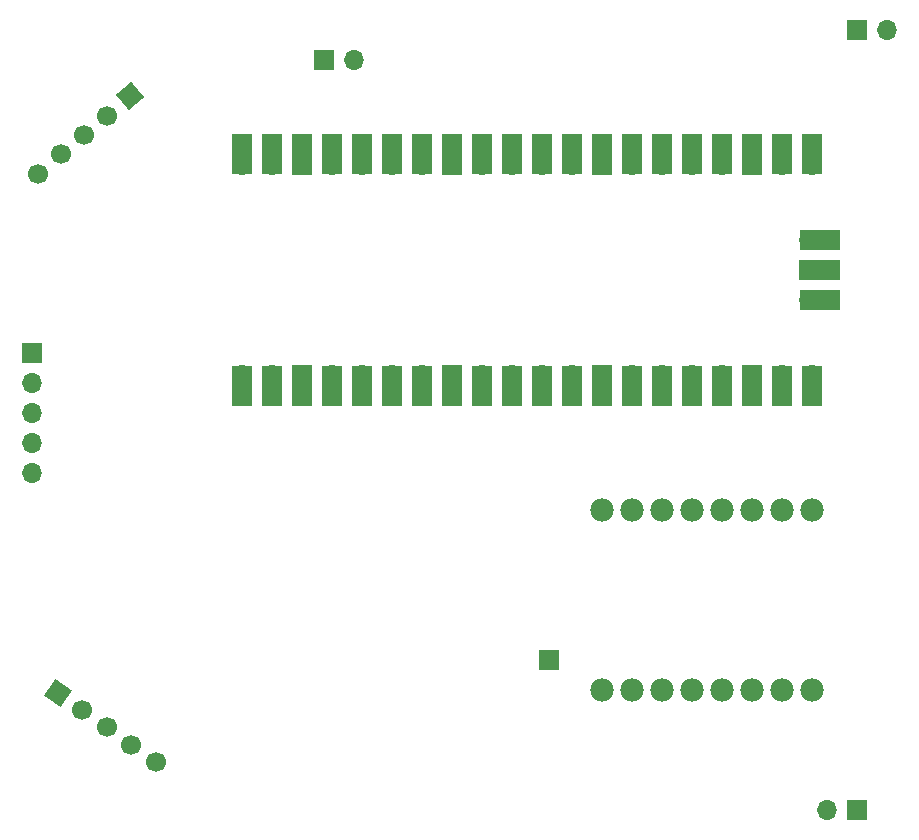
<source format=gtl>
G04 #@! TF.GenerationSoftware,KiCad,Pcbnew,(6.0.9)*
G04 #@! TF.CreationDate,2022-12-03T11:20:38+05:30*
G04 #@! TF.ProjectId,micromouseus,6d696372-6f6d-46f7-9573-6575732e6b69,rev?*
G04 #@! TF.SameCoordinates,Original*
G04 #@! TF.FileFunction,Copper,L1,Top*
G04 #@! TF.FilePolarity,Positive*
%FSLAX46Y46*%
G04 Gerber Fmt 4.6, Leading zero omitted, Abs format (unit mm)*
G04 Created by KiCad (PCBNEW (6.0.9)) date 2022-12-03 11:20:38*
%MOMM*%
%LPD*%
G01*
G04 APERTURE LIST*
G04 Aperture macros list*
%AMHorizOval*
0 Thick line with rounded ends*
0 $1 width*
0 $2 $3 position (X,Y) of the first rounded end (center of the circle)*
0 $4 $5 position (X,Y) of the second rounded end (center of the circle)*
0 Add line between two ends*
20,1,$1,$2,$3,$4,$5,0*
0 Add two circle primitives to create the rounded ends*
1,1,$1,$2,$3*
1,1,$1,$4,$5*%
%AMRotRect*
0 Rectangle, with rotation*
0 The origin of the aperture is its center*
0 $1 length*
0 $2 width*
0 $3 Rotation angle, in degrees counterclockwise*
0 Add horizontal line*
21,1,$1,$2,0,0,$3*%
G04 Aperture macros list end*
G04 #@! TA.AperFunction,ComponentPad*
%ADD10O,1.700000X1.700000*%
G04 #@! TD*
G04 #@! TA.AperFunction,SMDPad,CuDef*
%ADD11R,1.700000X3.500000*%
G04 #@! TD*
G04 #@! TA.AperFunction,ComponentPad*
%ADD12R,1.700000X1.700000*%
G04 #@! TD*
G04 #@! TA.AperFunction,SMDPad,CuDef*
%ADD13R,3.500000X1.700000*%
G04 #@! TD*
G04 #@! TA.AperFunction,ComponentPad*
%ADD14C,1.980000*%
G04 #@! TD*
G04 #@! TA.AperFunction,ComponentPad*
%ADD15RotRect,1.700000X1.700000X55.000000*%
G04 #@! TD*
G04 #@! TA.AperFunction,ComponentPad*
%ADD16HorizOval,1.700000X0.000000X0.000000X0.000000X0.000000X0*%
G04 #@! TD*
G04 #@! TA.AperFunction,ComponentPad*
%ADD17RotRect,1.700000X1.700000X310.000000*%
G04 #@! TD*
G04 #@! TA.AperFunction,ComponentPad*
%ADD18HorizOval,1.700000X0.000000X0.000000X0.000000X0.000000X0*%
G04 #@! TD*
G04 APERTURE END LIST*
D10*
X130810000Y-85090000D03*
D11*
X130810000Y-85990000D03*
D10*
X133350000Y-85090000D03*
D11*
X133350000Y-85990000D03*
X135890000Y-85990000D03*
D12*
X135890000Y-85090000D03*
D10*
X138430000Y-85090000D03*
D11*
X138430000Y-85990000D03*
D10*
X140970000Y-85090000D03*
D11*
X140970000Y-85990000D03*
D10*
X143510000Y-85090000D03*
D11*
X143510000Y-85990000D03*
X146050000Y-85990000D03*
D10*
X146050000Y-85090000D03*
D12*
X148590000Y-85090000D03*
D11*
X148590000Y-85990000D03*
X151130000Y-85990000D03*
D10*
X151130000Y-85090000D03*
X153670000Y-85090000D03*
D11*
X153670000Y-85990000D03*
X156210000Y-85990000D03*
D10*
X156210000Y-85090000D03*
X158750000Y-85090000D03*
D11*
X158750000Y-85990000D03*
D12*
X161290000Y-85090000D03*
D11*
X161290000Y-85990000D03*
X163830000Y-85990000D03*
D10*
X163830000Y-85090000D03*
X166370000Y-85090000D03*
D11*
X166370000Y-85990000D03*
X168910000Y-85990000D03*
D10*
X168910000Y-85090000D03*
D11*
X171450000Y-85990000D03*
D10*
X171450000Y-85090000D03*
D11*
X173990000Y-85990000D03*
D12*
X173990000Y-85090000D03*
D10*
X176530000Y-85090000D03*
D11*
X176530000Y-85990000D03*
X179070000Y-85990000D03*
D10*
X179070000Y-85090000D03*
D11*
X179070000Y-66410000D03*
D10*
X179070000Y-67310000D03*
D11*
X176530000Y-66410000D03*
D10*
X176530000Y-67310000D03*
D11*
X173990000Y-66410000D03*
D12*
X173990000Y-67310000D03*
D10*
X171450000Y-67310000D03*
D11*
X171450000Y-66410000D03*
X168910000Y-66410000D03*
D10*
X168910000Y-67310000D03*
D11*
X166370000Y-66410000D03*
D10*
X166370000Y-67310000D03*
X163830000Y-67310000D03*
D11*
X163830000Y-66410000D03*
D12*
X161290000Y-67310000D03*
D11*
X161290000Y-66410000D03*
D10*
X158750000Y-67310000D03*
D11*
X158750000Y-66410000D03*
X156210000Y-66410000D03*
D10*
X156210000Y-67310000D03*
X153670000Y-67310000D03*
D11*
X153670000Y-66410000D03*
D10*
X151130000Y-67310000D03*
D11*
X151130000Y-66410000D03*
X148590000Y-66410000D03*
D12*
X148590000Y-67310000D03*
D11*
X146050000Y-66410000D03*
D10*
X146050000Y-67310000D03*
D11*
X143510000Y-66410000D03*
D10*
X143510000Y-67310000D03*
X140970000Y-67310000D03*
D11*
X140970000Y-66410000D03*
X138430000Y-66410000D03*
D10*
X138430000Y-67310000D03*
D11*
X135890000Y-66410000D03*
D12*
X135890000Y-67310000D03*
D11*
X133350000Y-66410000D03*
D10*
X133350000Y-67310000D03*
X130810000Y-67310000D03*
D11*
X130810000Y-66410000D03*
D13*
X179740000Y-78740000D03*
D10*
X178840000Y-78740000D03*
D12*
X178840000Y-76200000D03*
D13*
X179740000Y-76200000D03*
D10*
X178840000Y-73660000D03*
D13*
X179740000Y-73660000D03*
D14*
X161290000Y-111760000D03*
X163830000Y-111760000D03*
X166370000Y-111760000D03*
X168910000Y-111760000D03*
X171450000Y-111760000D03*
X173990000Y-111760000D03*
X176530000Y-111760000D03*
X179070000Y-111760000D03*
X179070000Y-96520000D03*
X176530000Y-96520000D03*
X173990000Y-96520000D03*
X171450000Y-96520000D03*
X168910000Y-96520000D03*
X166370000Y-96520000D03*
X163830000Y-96520000D03*
X161290000Y-96520000D03*
D15*
X115218708Y-112021232D03*
D16*
X117299354Y-113478116D03*
X119380000Y-114935000D03*
X121460647Y-116391884D03*
X123541293Y-117848769D03*
D12*
X182880000Y-55880000D03*
D10*
X185420000Y-55880000D03*
D12*
X182880000Y-121920000D03*
D10*
X180340000Y-121920000D03*
D17*
X121362676Y-61507853D03*
D18*
X119416923Y-63140534D03*
X117471170Y-64773214D03*
X115525417Y-66405895D03*
X113579664Y-68038575D03*
D12*
X156845000Y-109220000D03*
X113030000Y-83190000D03*
D10*
X113030000Y-85730000D03*
X113030000Y-88270000D03*
X113030000Y-90810000D03*
X113030000Y-93350000D03*
D12*
X137790000Y-58420000D03*
D10*
X140330000Y-58420000D03*
M02*

</source>
